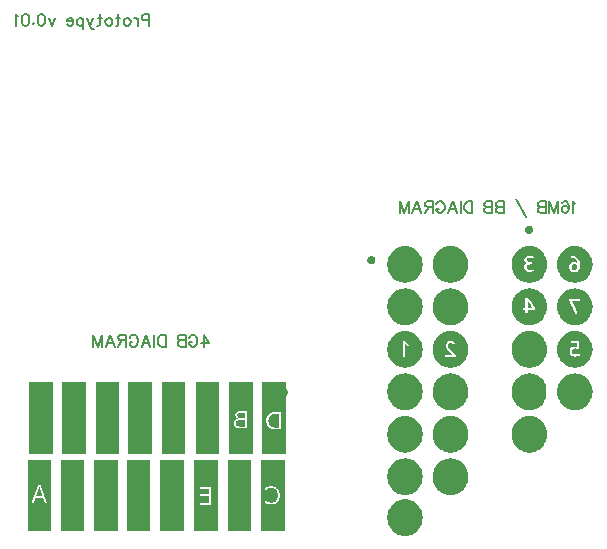
<source format=gbo>
G04 Layer: BottomSilkscreenLayer*
G04 EasyEDA v6.5.42, 2024-04-10 10:33:45*
G04 677a2e3dccde402284f6343da6576b70,88035802e6a84ff2a66c0cebeecd398b,10*
G04 Gerber Generator version 0.2*
G04 Scale: 100 percent, Rotated: No, Reflected: No *
G04 Dimensions in millimeters *
G04 leading zeros omitted , absolute positions ,4 integer and 5 decimal *
%FSLAX45Y45*%
%MOMM*%

%ADD10C,0.1700*%
%ADD11C,0.7500*%
%ADD12C,0.2032*%

%LPD*%
G36*
X2975864Y10005822D02*
G01*
X2975864Y9666833D01*
X3008477Y9666833D01*
X3008477Y9689846D01*
X3010204Y9690862D01*
X3010204Y9698431D01*
X3011881Y9699447D01*
X3011881Y9703663D01*
X3017469Y9715246D01*
X3018790Y9715804D01*
X3018790Y9717887D01*
X3023870Y9723831D01*
X3023920Y9725152D01*
X3033318Y9734550D01*
X3034639Y9734550D01*
X3040684Y9739731D01*
X3042818Y9739731D01*
X3042818Y9741408D01*
X3046222Y9741408D01*
X3046222Y9743135D01*
X3049676Y9743135D01*
X3049676Y9744862D01*
X3054807Y9744862D01*
X3054807Y9746589D01*
X3059887Y9746589D01*
X3060954Y9748316D01*
X3068574Y9748316D01*
X3068574Y9749891D01*
X3090468Y9750856D01*
X3132074Y9751822D01*
X3132074Y9603994D01*
X3089605Y9604908D01*
X3068980Y9605924D01*
X3067354Y9607499D01*
X3060954Y9607499D01*
X3059887Y9609226D01*
X3054807Y9609226D01*
X3054807Y9610953D01*
X3050641Y9610953D01*
X3049574Y9612680D01*
X3046222Y9612680D01*
X3046222Y9614408D01*
X3043580Y9614408D01*
X3039922Y9617811D01*
X3037636Y9617811D01*
X3037636Y9619183D01*
X3032709Y9622078D01*
X3027730Y9626854D01*
X3023565Y9632848D01*
X3020923Y9635439D01*
X3018485Y9639706D01*
X3013608Y9649561D01*
X3013608Y9652152D01*
X3011881Y9652152D01*
X3011881Y9657181D01*
X3010204Y9658248D01*
X3010204Y9665766D01*
X3008477Y9666833D01*
X2975864Y9666833D01*
X2975864Y9399778D01*
X3175000Y9399778D01*
X3175000Y10005822D01*
G37*
G36*
X2696006Y10005822D02*
G01*
X2696006Y9648799D01*
X2733802Y9648799D01*
X2733802Y9665766D01*
X2735478Y9666833D01*
X2735478Y9671812D01*
X2737205Y9672878D01*
X2737205Y9676180D01*
X2738932Y9676180D01*
X2738932Y9678517D01*
X2747975Y9687763D01*
X2751785Y9689947D01*
X2759964Y9693554D01*
X2762961Y9695078D01*
X2766415Y9695078D01*
X2766415Y9698380D01*
X2761386Y9701936D01*
X2760370Y9701936D01*
X2751378Y9711080D01*
X2749245Y9714788D01*
X2749245Y9717379D01*
X2747518Y9717379D01*
X2747518Y9724136D01*
X2745638Y9725304D01*
X2747670Y9738410D01*
X2749245Y9740036D01*
X2749245Y9742728D01*
X2759303Y9752380D01*
X2765958Y9755327D01*
X2768955Y9756902D01*
X2772918Y9756902D01*
X2774543Y9758476D01*
X2794304Y9759492D01*
X2843631Y9760407D01*
X2843631Y9612579D01*
X2789123Y9613442D01*
X2771952Y9614509D01*
X2770327Y9616084D01*
X2764688Y9616084D01*
X2764688Y9617811D01*
X2762097Y9617811D01*
X2755646Y9620961D01*
X2751378Y9623399D01*
X2738932Y9635845D01*
X2738932Y9638436D01*
X2737205Y9638436D01*
X2737205Y9642602D01*
X2735478Y9643668D01*
X2735478Y9647783D01*
X2733802Y9648799D01*
X2696006Y9648799D01*
X2696006Y9399778D01*
X2895142Y9399778D01*
X2895142Y10005822D01*
G37*
G36*
X2411018Y10005822D02*
G01*
X2411018Y9399778D01*
X2610154Y9399778D01*
X2610154Y10005822D01*
G37*
G36*
X2124303Y10005822D02*
G01*
X2124303Y9399778D01*
X2323439Y9399778D01*
X2323439Y10005822D01*
G37*
G36*
X1841042Y10005822D02*
G01*
X1841042Y9399778D01*
X2040178Y9399778D01*
X2040178Y10005822D01*
G37*
G36*
X1564640Y10005822D02*
G01*
X1564640Y9399778D01*
X1763775Y9399778D01*
X1763775Y10005822D01*
G37*
G36*
X1281379Y10005822D02*
G01*
X1281379Y9399778D01*
X1480515Y9399778D01*
X1480515Y10005822D01*
G37*
G36*
X1001521Y10005822D02*
G01*
X1001521Y9399778D01*
X1200658Y9399778D01*
X1200658Y10005822D01*
G37*
G36*
X2778404Y9744862D02*
G01*
X2778404Y9743135D01*
X2775153Y9743135D01*
X2768142Y9739376D01*
X2765958Y9734550D01*
X2764688Y9734550D01*
X2764688Y9713976D01*
X2766415Y9713976D01*
X2766415Y9710521D01*
X2767685Y9710521D01*
X2769412Y9706813D01*
X2772816Y9704933D01*
X2773680Y9704070D01*
X2781808Y9700209D01*
X2826512Y9700209D01*
X2826512Y9744862D01*
G37*
G36*
X3072942Y9736277D02*
G01*
X3071876Y9734550D01*
X3065221Y9734550D01*
X3064154Y9732822D01*
X3060801Y9732822D01*
X3050946Y9727996D01*
X3046730Y9725558D01*
X3034233Y9712960D01*
X3034233Y9710521D01*
X3032506Y9710521D01*
X3032506Y9707067D01*
X3030778Y9707067D01*
X3030778Y9703765D01*
X3029051Y9702698D01*
X3029051Y9697770D01*
X3027375Y9696704D01*
X3027375Y9687458D01*
X3025648Y9686391D01*
X3025648Y9669424D01*
X3027375Y9668357D01*
X3027375Y9659112D01*
X3029051Y9658045D01*
X3029051Y9653828D01*
X3030677Y9650882D01*
X3032912Y9645294D01*
X3034233Y9645294D01*
X3034233Y9642246D01*
X3037636Y9639757D01*
X3037636Y9637674D01*
X3049219Y9628124D01*
X3051403Y9628124D01*
X3051403Y9626396D01*
X3054807Y9626396D01*
X3054807Y9624669D01*
X3058160Y9624669D01*
X3059226Y9622993D01*
X3063290Y9622993D01*
X3064357Y9621266D01*
X3071977Y9621266D01*
X3071977Y9619538D01*
X3114903Y9619538D01*
X3114903Y9736277D01*
G37*
G36*
X2771648Y9684766D02*
G01*
X2770581Y9683038D01*
X2767431Y9683038D01*
X2760014Y9679178D01*
X2754376Y9673691D01*
X2754376Y9671050D01*
X2752648Y9671050D01*
X2752648Y9665970D01*
X2750972Y9664954D01*
X2750972Y9649663D01*
X2752648Y9648596D01*
X2752648Y9643567D01*
X2754376Y9643567D01*
X2754376Y9641128D01*
X2762250Y9633254D01*
X2764688Y9633254D01*
X2764688Y9631578D01*
X2767990Y9631578D01*
X2769057Y9629851D01*
X2774899Y9629851D01*
X2775966Y9628124D01*
X2826512Y9628124D01*
X2826512Y9684766D01*
G37*
G36*
X2963824Y9346539D02*
G01*
X2963824Y8982608D01*
X3001619Y8982608D01*
X3001619Y9003182D01*
X3002635Y9003182D01*
X3007461Y8998051D01*
X3008985Y8998051D01*
X3012440Y8995054D01*
X3016605Y8992616D01*
X3023514Y8989212D01*
X3027781Y8987536D01*
X3030778Y8986012D01*
X3035858Y8986012D01*
X3036874Y8984335D01*
X3065881Y8984335D01*
X3066948Y8986012D01*
X3071164Y8986012D01*
X3082290Y8991447D01*
X3082290Y8992920D01*
X3084525Y8992920D01*
X3090519Y8998458D01*
X3094634Y9004503D01*
X3095599Y9005366D01*
X3099460Y9012783D01*
X3099460Y9015222D01*
X3101187Y9015222D01*
X3101187Y9019387D01*
X3102914Y9020454D01*
X3102914Y9025178D01*
X3104489Y9026804D01*
X3106470Y9052356D01*
X3104591Y9054185D01*
X3104591Y9065768D01*
X3102914Y9066834D01*
X3102914Y9071914D01*
X3101390Y9074861D01*
X3099663Y9079179D01*
X3095752Y9087307D01*
X3094329Y9087307D01*
X3094278Y9089491D01*
X3087014Y9097314D01*
X3078988Y9102801D01*
X3077159Y9102801D01*
X3077159Y9104477D01*
X3073806Y9104477D01*
X3072739Y9106204D01*
X3067812Y9106204D01*
X3066745Y9107932D01*
X3036874Y9107932D01*
X3035858Y9106204D01*
X3030016Y9106204D01*
X3028950Y9104477D01*
X3024886Y9104477D01*
X3023819Y9102801D01*
X3020466Y9102801D01*
X3020466Y9101074D01*
X3017062Y9101074D01*
X3017062Y9099346D01*
X3013608Y9099346D01*
X3013608Y9097619D01*
X3011373Y9097619D01*
X3008020Y9094622D01*
X3003296Y9092184D01*
X3003296Y9090761D01*
X3001619Y9090761D01*
X3001619Y9108897D01*
X3004058Y9111386D01*
X3006750Y9111386D01*
X3006750Y9113062D01*
X3009341Y9113062D01*
X3016148Y9116517D01*
X3019501Y9116517D01*
X3020568Y9118244D01*
X3025648Y9118244D01*
X3025648Y9119920D01*
X3032150Y9119920D01*
X3033776Y9121546D01*
X3049219Y9122156D01*
X3051810Y9123375D01*
X3054400Y9121698D01*
X3068472Y9121648D01*
X3069539Y9119920D01*
X3075432Y9119920D01*
X3075432Y9118244D01*
X3080562Y9118244D01*
X3080562Y9116517D01*
X3083001Y9116517D01*
X3090468Y9112656D01*
X3091027Y9111386D01*
X3093008Y9111335D01*
X3103321Y9102242D01*
X3109315Y9095435D01*
X3111754Y9090761D01*
X3113176Y9090761D01*
X3113176Y9087307D01*
X3114903Y9087307D01*
X3114903Y9083903D01*
X3116630Y9083903D01*
X3116630Y9079687D01*
X3118358Y9078620D01*
X3118358Y9074556D01*
X3120085Y9073489D01*
X3120085Y9067698D01*
X3121761Y9066631D01*
X3121761Y9057386D01*
X3123488Y9056319D01*
X3123488Y9035897D01*
X3121761Y9034881D01*
X3121761Y9023908D01*
X3120085Y9022842D01*
X3120085Y9016949D01*
X3118358Y9016949D01*
X3118358Y9011767D01*
X3116630Y9011767D01*
X3116630Y9009430D01*
X3111042Y8998458D01*
X3108045Y8995156D01*
X3108045Y8993682D01*
X3097733Y8983573D01*
X3092602Y8980525D01*
X3092602Y8979154D01*
X3089148Y8979154D01*
X3089148Y8977884D01*
X3083560Y8975598D01*
X3080613Y8974023D01*
X3077260Y8974023D01*
X3076194Y8972296D01*
X3070606Y8972296D01*
X3068980Y8970721D01*
X3052673Y8969806D01*
X3035503Y8970721D01*
X3033877Y8972296D01*
X3027476Y8972296D01*
X3026410Y8974023D01*
X3022295Y8974023D01*
X3021228Y8975750D01*
X3018078Y8975750D01*
X3007614Y8980881D01*
X3005023Y8980881D01*
X3005023Y8982608D01*
X2963824Y8982608D01*
X2963824Y8740546D01*
X3162960Y8740546D01*
X3162960Y9346539D01*
G37*
G36*
X2683967Y9346539D02*
G01*
X2683967Y8740546D01*
X2883154Y8740546D01*
X2883154Y9346539D01*
G37*
G36*
X2398979Y9346539D02*
G01*
X2398979Y9114790D01*
X2543200Y9114790D01*
X2543200Y8967165D01*
X2447086Y8967165D01*
X2447086Y8982608D01*
X2526030Y8982608D01*
X2526030Y9040977D01*
X2447086Y9040977D01*
X2447086Y9056420D01*
X2526030Y9056420D01*
X2526030Y9099346D01*
X2447086Y9099346D01*
X2447086Y9114790D01*
X2398979Y9114790D01*
X2398979Y8740546D01*
X2598166Y8740546D01*
X2598166Y9346539D01*
G37*
G36*
X2112314Y9346539D02*
G01*
X2112314Y8740546D01*
X2311450Y8740546D01*
X2311450Y9346539D01*
G37*
G36*
X1829003Y9346539D02*
G01*
X1829003Y8740546D01*
X2028189Y8740546D01*
X2028189Y9346539D01*
G37*
G36*
X1552600Y9346539D02*
G01*
X1552600Y8740546D01*
X1751787Y8740546D01*
X1751787Y9346539D01*
G37*
G36*
X1269339Y9346539D02*
G01*
X1269339Y8740546D01*
X1468475Y8740546D01*
X1468475Y9346539D01*
G37*
G36*
X989482Y9346539D02*
G01*
X989482Y8982557D01*
X1020368Y8982557D01*
X1023823Y8989466D01*
X1023823Y8992920D01*
X1025550Y8992920D01*
X1025550Y8996375D01*
X1029004Y9003182D01*
X1029004Y9006535D01*
X1030732Y9007602D01*
X1030732Y9011767D01*
X1032408Y9011767D01*
X1032408Y9015222D01*
X1035862Y9022080D01*
X1035862Y9025432D01*
X1037590Y9026499D01*
X1037590Y9030665D01*
X1039266Y9030665D01*
X1039266Y9034119D01*
X1042720Y9040926D01*
X1042720Y9044279D01*
X1044448Y9045346D01*
X1044448Y9049562D01*
X1046175Y9049562D01*
X1046175Y9053017D01*
X1049578Y9059824D01*
X1049578Y9063177D01*
X1051306Y9064244D01*
X1051306Y9068460D01*
X1053033Y9068460D01*
X1053033Y9071914D01*
X1056436Y9078722D01*
X1056436Y9082176D01*
X1058164Y9082176D01*
X1058164Y9087307D01*
X1059891Y9087307D01*
X1059891Y9090761D01*
X1063345Y9097619D01*
X1063345Y9101074D01*
X1065022Y9101074D01*
X1065022Y9104528D01*
X1068476Y9111335D01*
X1068476Y9114688D01*
X1070203Y9115755D01*
X1070203Y9119920D01*
X1071930Y9119920D01*
X1071930Y9123426D01*
X1075080Y9129826D01*
X1097280Y9130284D01*
X1099362Y9128201D01*
X1099362Y9125204D01*
X1101090Y9124137D01*
X1101090Y9119920D01*
X1102817Y9119920D01*
X1102817Y9115755D01*
X1104544Y9114688D01*
X1104544Y9111335D01*
X1107948Y9104528D01*
X1107948Y9101074D01*
X1109675Y9101074D01*
X1109675Y9096857D01*
X1111402Y9095790D01*
X1111402Y9092438D01*
X1114856Y9085630D01*
X1114856Y9082176D01*
X1116533Y9082176D01*
X1116533Y9077960D01*
X1118260Y9076944D01*
X1118260Y9073591D01*
X1121714Y9066733D01*
X1121714Y9063278D01*
X1123391Y9063278D01*
X1123391Y9059113D01*
X1125118Y9058046D01*
X1125118Y9053931D01*
X1126845Y9052864D01*
X1126845Y9049562D01*
X1128572Y9049562D01*
X1128572Y9044432D01*
X1130300Y9044432D01*
X1130300Y9040926D01*
X1133703Y9034119D01*
X1133703Y9030665D01*
X1135430Y9030665D01*
X1135430Y9025534D01*
X1137158Y9025534D01*
X1137158Y9022080D01*
X1140561Y9015222D01*
X1140561Y9011767D01*
X1142288Y9011767D01*
X1142288Y9007602D01*
X1144016Y9006535D01*
X1144016Y9003182D01*
X1147470Y8996375D01*
X1147470Y8992920D01*
X1149146Y8992920D01*
X1149146Y8988704D01*
X1150670Y8987790D01*
X1151432Y8982608D01*
X1135888Y8982608D01*
X1133703Y8987231D01*
X1133703Y8989466D01*
X1130300Y8996324D01*
X1130300Y8999778D01*
X1128572Y8999778D01*
X1128572Y9004909D01*
X1126845Y9004909D01*
X1126845Y9009126D01*
X1125118Y9010192D01*
X1125118Y9013545D01*
X1121714Y9020352D01*
X1121714Y9023807D01*
X1053642Y9023807D01*
X1051356Y9020810D01*
X1051306Y9017050D01*
X1049578Y9015984D01*
X1049578Y9011767D01*
X1047851Y9011767D01*
X1047851Y9008313D01*
X1044448Y9001506D01*
X1044448Y8998153D01*
X1042720Y8997086D01*
X1042720Y8993022D01*
X1040993Y8991955D01*
X1040993Y8987739D01*
X1039418Y8987739D01*
X1038860Y8983014D01*
X1020368Y8982557D01*
X989482Y8982557D01*
X989482Y8740546D01*
X1188669Y8740546D01*
X1188669Y9346539D01*
G37*
G36*
X1086358Y9114790D02*
G01*
X1083919Y9112351D01*
X1083919Y9107932D01*
X1082192Y9107932D01*
X1082192Y9104477D01*
X1078788Y9097670D01*
X1078788Y9094317D01*
X1077061Y9093250D01*
X1077061Y9089034D01*
X1075334Y9089034D01*
X1075334Y9083903D01*
X1073607Y9083903D01*
X1073607Y9080449D01*
X1070203Y9073591D01*
X1070203Y9070238D01*
X1068476Y9069171D01*
X1068476Y9065107D01*
X1066749Y9064040D01*
X1066749Y9059875D01*
X1065022Y9059875D01*
X1065022Y9056420D01*
X1061618Y9049562D01*
X1061618Y9046210D01*
X1059891Y9045143D01*
X1059891Y9039250D01*
X1114856Y9039250D01*
X1114856Y9042704D01*
X1111402Y9049512D01*
X1111402Y9052966D01*
X1109675Y9052966D01*
X1109675Y9058148D01*
X1107948Y9058148D01*
X1107948Y9062313D01*
X1106220Y9063380D01*
X1106220Y9066733D01*
X1102817Y9073591D01*
X1102817Y9077045D01*
X1101090Y9077045D01*
X1101090Y9082176D01*
X1099362Y9082176D01*
X1099362Y9086392D01*
X1097686Y9087408D01*
X1097686Y9090761D01*
X1094232Y9097619D01*
X1094232Y9101074D01*
X1092504Y9101074D01*
X1092504Y9106204D01*
X1090777Y9106204D01*
X1090777Y9110421D01*
X1089101Y9111488D01*
X1089101Y9114790D01*
G37*
G36*
X5241239Y11329822D02*
G01*
X5224576Y11329009D01*
X5218125Y11325910D01*
X5212384Y11322608D01*
X5207152Y11317833D01*
X5203494Y11311280D01*
X5200243Y11304879D01*
X5200243Y11285626D01*
X5203494Y11279174D01*
X5206796Y11273434D01*
X5211572Y11268202D01*
X5218125Y11264544D01*
X5224576Y11261293D01*
X5243830Y11261293D01*
X5250230Y11264544D01*
X5256834Y11268202D01*
X5261559Y11273434D01*
X5264912Y11279174D01*
X5268112Y11285626D01*
X5268112Y11304879D01*
X5264912Y11311280D01*
X5261508Y11317122D01*
X5255564Y11323472D01*
X5253024Y11323472D01*
X5248960Y11326977D01*
G37*
G36*
X5623763Y11157813D02*
G01*
X5592978Y11154206D01*
X5585256Y11152632D01*
X5574995Y11149888D01*
X5563463Y11145367D01*
X5550611Y11139373D01*
X5539892Y11132210D01*
X5538114Y11132210D01*
X5524957Y11121491D01*
X5508650Y11105896D01*
X5497982Y11091773D01*
X5492191Y11083340D01*
X5479389Y11056823D01*
X5479389Y11052759D01*
X5477103Y11051336D01*
X5475681Y11043005D01*
X5472734Y11031423D01*
X5470042Y11007039D01*
X5470042Y10995507D01*
X5472734Y10971123D01*
X5473406Y10968482D01*
X5574334Y10968482D01*
X5574334Y10989614D01*
X5580634Y11004499D01*
X5590387Y11013846D01*
X5601817Y11019231D01*
X5625642Y11019231D01*
X5635345Y11013846D01*
X5641086Y11008512D01*
X5641086Y11019688D01*
X5638190Y11028883D01*
X5635396Y11035284D01*
X5628132Y11046256D01*
X5614771Y11053114D01*
X5585256Y11053267D01*
X5584494Y11066932D01*
X5587492Y11070590D01*
X5618632Y11070336D01*
X5631129Y11065611D01*
X5641340Y11058550D01*
X5650839Y11047730D01*
X5656326Y11036554D01*
X5661964Y11017504D01*
X5661914Y10973663D01*
X5656681Y10960100D01*
X5647690Y10946536D01*
X5637885Y10940237D01*
X5631484Y10937443D01*
X5622290Y10934547D01*
X5609844Y10934547D01*
X5600649Y10937494D01*
X5592470Y10940999D01*
X5584647Y10947552D01*
X5579211Y10955172D01*
X5574334Y10968482D01*
X5473406Y10968482D01*
X5475681Y10959541D01*
X5477103Y10951210D01*
X5479389Y10949787D01*
X5479389Y10945723D01*
X5492191Y10919256D01*
X5497982Y10910773D01*
X5508650Y10896650D01*
X5524957Y10881055D01*
X5538114Y10870336D01*
X5539892Y10870336D01*
X5550611Y10863173D01*
X5563463Y10857179D01*
X5574995Y10852658D01*
X5585256Y10849914D01*
X5592978Y10848340D01*
X5613501Y10845647D01*
X5627624Y10845647D01*
X5648147Y10848340D01*
X5655868Y10849914D01*
X5666130Y10852658D01*
X5677712Y10857179D01*
X5690514Y10863173D01*
X5701233Y10870336D01*
X5703011Y10870336D01*
X5716219Y10881055D01*
X5732475Y10896650D01*
X5743143Y10910773D01*
X5748934Y10919256D01*
X5761786Y10945723D01*
X5761786Y10949787D01*
X5764072Y10951210D01*
X5765444Y10959541D01*
X5768390Y10971123D01*
X5771083Y10995507D01*
X5771083Y11007039D01*
X5768390Y11031423D01*
X5765444Y11043005D01*
X5764072Y11051336D01*
X5761786Y11052759D01*
X5761786Y11056823D01*
X5748934Y11083340D01*
X5743143Y11091773D01*
X5732475Y11105896D01*
X5716219Y11121491D01*
X5703011Y11132210D01*
X5701233Y11132210D01*
X5690514Y11139373D01*
X5677712Y11145367D01*
X5672531Y11147247D01*
X5666130Y11149888D01*
X5655868Y11152632D01*
X5648147Y11154206D01*
X5626354Y11156645D01*
G37*
G36*
X5238699Y11157813D02*
G01*
X5207863Y11154206D01*
X5200192Y11152632D01*
X5189880Y11149888D01*
X5178348Y11145367D01*
X5165496Y11139373D01*
X5154777Y11132210D01*
X5153050Y11132210D01*
X5139842Y11121491D01*
X5123535Y11105896D01*
X5112918Y11091773D01*
X5107127Y11083340D01*
X5094274Y11056823D01*
X5094274Y11052759D01*
X5091988Y11051336D01*
X5090617Y11043005D01*
X5087670Y11031423D01*
X5084927Y11007039D01*
X5084927Y10995507D01*
X5087670Y10971123D01*
X5088368Y10968380D01*
X5191810Y10968380D01*
X5191810Y10990122D01*
X5198313Y11001197D01*
X5209641Y11008969D01*
X5213197Y11008969D01*
X5214975Y11010747D01*
X5203240Y11018062D01*
X5197602Y11027562D01*
X5194452Y11036554D01*
X5194452Y11046866D01*
X5197602Y11055807D01*
X5203494Y11065357D01*
X5214162Y11073180D01*
X5218633Y11073180D01*
X5220208Y11075720D01*
X5252821Y11075416D01*
X5261000Y11072418D01*
X5262880Y11070590D01*
X5266131Y11070590D01*
X5277764Y11063528D01*
X5277815Y11059414D01*
X5270093Y11048746D01*
X5267604Y11048746D01*
X5250230Y11058042D01*
X5226608Y11058347D01*
X5219547Y11053064D01*
X5215128Y11045545D01*
X5214924Y11037163D01*
X5220411Y11025581D01*
X5231130Y11019282D01*
X5257952Y11017656D01*
X5261152Y11013643D01*
X5261152Y11004346D01*
X5258054Y11001298D01*
X5246370Y11001248D01*
X5225846Y10997844D01*
X5216093Y10993221D01*
X5212384Y10986008D01*
X5212384Y10972393D01*
X5217363Y10964214D01*
X5223256Y10960912D01*
X5232247Y10957661D01*
X5251246Y10957610D01*
X5272074Y10963249D01*
X5275224Y10965637D01*
X5279136Y10964113D01*
X5279136Y10949025D01*
X5274614Y10945266D01*
X5264353Y10942421D01*
X5250129Y10939373D01*
X5228386Y10940694D01*
X5218125Y10943082D01*
X5206542Y10948416D01*
X5196941Y10957763D01*
X5191810Y10968380D01*
X5088368Y10968380D01*
X5090617Y10959541D01*
X5091988Y10951210D01*
X5094274Y10949787D01*
X5094274Y10945723D01*
X5107127Y10919256D01*
X5112918Y10910773D01*
X5123535Y10896650D01*
X5139842Y10881055D01*
X5153050Y10870336D01*
X5154777Y10870336D01*
X5165496Y10863173D01*
X5178348Y10857179D01*
X5189880Y10852658D01*
X5200192Y10849914D01*
X5207863Y10848340D01*
X5228386Y10845647D01*
X5242560Y10845647D01*
X5263083Y10848340D01*
X5270754Y10849914D01*
X5281066Y10852658D01*
X5292598Y10857179D01*
X5305450Y10863173D01*
X5316169Y10870336D01*
X5317896Y10870336D01*
X5331104Y10881055D01*
X5347411Y10896650D01*
X5358028Y10910773D01*
X5363819Y10919256D01*
X5376672Y10945723D01*
X5376672Y10949787D01*
X5378958Y10951210D01*
X5380329Y10959541D01*
X5383276Y10971123D01*
X5386019Y10995507D01*
X5386019Y11007039D01*
X5383276Y11031423D01*
X5380329Y11043005D01*
X5378958Y11051336D01*
X5376672Y11052759D01*
X5376672Y11056823D01*
X5363819Y11083340D01*
X5358028Y11091773D01*
X5347411Y11105896D01*
X5331104Y11121491D01*
X5317896Y11132210D01*
X5316169Y11132210D01*
X5305450Y11139373D01*
X5292598Y11145367D01*
X5281066Y11149888D01*
X5270754Y11152632D01*
X5263083Y11154206D01*
X5241239Y11156645D01*
G37*
G36*
X4571187Y11157813D02*
G01*
X4540402Y11154206D01*
X4532680Y11152632D01*
X4522419Y11149888D01*
X4510836Y11145367D01*
X4498035Y11139373D01*
X4487265Y11132210D01*
X4485538Y11132210D01*
X4472330Y11121491D01*
X4456023Y11105896D01*
X4445406Y11091773D01*
X4439615Y11083340D01*
X4426762Y11056823D01*
X4426762Y11052759D01*
X4424476Y11051336D01*
X4423105Y11043005D01*
X4420158Y11031423D01*
X4417466Y11007039D01*
X4417466Y10995507D01*
X4420158Y10971123D01*
X4423105Y10959541D01*
X4424476Y10951210D01*
X4426762Y10949787D01*
X4426762Y10945723D01*
X4439615Y10919256D01*
X4445406Y10910773D01*
X4456023Y10896650D01*
X4472330Y10881055D01*
X4485538Y10870336D01*
X4487265Y10870336D01*
X4498035Y10863173D01*
X4510836Y10857179D01*
X4522419Y10852658D01*
X4532680Y10849914D01*
X4540402Y10848340D01*
X4560925Y10845647D01*
X4575048Y10845647D01*
X4595571Y10848340D01*
X4603292Y10849914D01*
X4613554Y10852658D01*
X4625086Y10857179D01*
X4637938Y10863173D01*
X4648657Y10870336D01*
X4650435Y10870336D01*
X4663592Y10881055D01*
X4679899Y10896650D01*
X4690567Y10910773D01*
X4696358Y10919256D01*
X4709160Y10945723D01*
X4709160Y10949787D01*
X4711446Y10951210D01*
X4712868Y10959541D01*
X4715814Y10971123D01*
X4718507Y10995507D01*
X4718507Y11007039D01*
X4715814Y11031423D01*
X4712868Y11043005D01*
X4711446Y11051336D01*
X4709160Y11052759D01*
X4709160Y11056823D01*
X4696358Y11083340D01*
X4690567Y11091773D01*
X4679899Y11105896D01*
X4663592Y11121491D01*
X4650435Y11132210D01*
X4648657Y11132210D01*
X4637938Y11139373D01*
X4625086Y11145367D01*
X4613554Y11149888D01*
X4603292Y11152632D01*
X4595571Y11154206D01*
X4573778Y11156645D01*
G37*
G36*
X4186072Y11157813D02*
G01*
X4155287Y11154206D01*
X4147565Y11152632D01*
X4137304Y11149888D01*
X4125772Y11145367D01*
X4112920Y11139373D01*
X4102201Y11132210D01*
X4100423Y11132210D01*
X4087266Y11121491D01*
X4070959Y11105896D01*
X4060342Y11091773D01*
X4054500Y11083340D01*
X4041698Y11056823D01*
X4041698Y11052759D01*
X4039412Y11051336D01*
X4038041Y11043005D01*
X4035094Y11031423D01*
X4032351Y11007039D01*
X4032351Y10995507D01*
X4035094Y10971123D01*
X4038041Y10959541D01*
X4039412Y10951210D01*
X4041698Y10949787D01*
X4041698Y10945723D01*
X4054500Y10919256D01*
X4060342Y10910773D01*
X4070959Y10896650D01*
X4087266Y10881055D01*
X4100423Y10870336D01*
X4102201Y10870336D01*
X4112920Y10863173D01*
X4125772Y10857179D01*
X4137304Y10852658D01*
X4147565Y10849914D01*
X4155287Y10848340D01*
X4175810Y10845647D01*
X4189933Y10845647D01*
X4210456Y10848340D01*
X4218178Y10849914D01*
X4228439Y10852658D01*
X4240022Y10857179D01*
X4252823Y10863173D01*
X4263593Y10870336D01*
X4265320Y10870336D01*
X4278528Y10881055D01*
X4294835Y10896650D01*
X4305452Y10910773D01*
X4311243Y10919256D01*
X4324096Y10945723D01*
X4324096Y10949787D01*
X4326382Y10951210D01*
X4327753Y10959541D01*
X4330700Y10971123D01*
X4333392Y10995507D01*
X4333392Y11007039D01*
X4330700Y11031423D01*
X4327753Y11043005D01*
X4326382Y11051336D01*
X4324096Y11052759D01*
X4324096Y11056823D01*
X4311243Y11083340D01*
X4305452Y11091773D01*
X4294835Y11105896D01*
X4278528Y11121491D01*
X4265320Y11132210D01*
X4263593Y11132210D01*
X4252823Y11139373D01*
X4240022Y11145367D01*
X4228439Y11149888D01*
X4218178Y11152632D01*
X4210456Y11154206D01*
X4188663Y11156645D01*
G37*
G36*
X3906265Y11073079D02*
G01*
X3889552Y11072266D01*
X3883151Y11069218D01*
X3877411Y11065865D01*
X3872179Y11061141D01*
X3868521Y11054537D01*
X3865270Y11048136D01*
X3865270Y11028883D01*
X3868521Y11022431D01*
X3871823Y11016691D01*
X3876598Y11011458D01*
X3883151Y11007801D01*
X3889552Y11004550D01*
X3908806Y11004550D01*
X3915257Y11007801D01*
X3921810Y11011458D01*
X3926586Y11016691D01*
X3929887Y11022431D01*
X3933139Y11028883D01*
X3933139Y11048136D01*
X3929887Y11054537D01*
X3926535Y11060430D01*
X3920591Y11066729D01*
X3918000Y11066729D01*
X3913936Y11070234D01*
G37*
G36*
X5619902Y11002365D02*
G01*
X5605830Y11000994D01*
X5598922Y10996066D01*
X5594908Y10988040D01*
X5594908Y10967872D01*
X5598109Y10962132D01*
X5603240Y10956137D01*
X5611876Y10952480D01*
X5623915Y10952480D01*
X5635345Y10959744D01*
X5641543Y10971834D01*
X5641746Y10988243D01*
X5636463Y10995355D01*
X5629706Y11000384D01*
G37*
G36*
X5623763Y10798403D02*
G01*
X5592978Y10794796D01*
X5585256Y10793222D01*
X5574995Y10790478D01*
X5563463Y10785957D01*
X5550611Y10779963D01*
X5539892Y10772800D01*
X5538114Y10772800D01*
X5524957Y10762081D01*
X5508650Y10746486D01*
X5497982Y10732363D01*
X5492191Y10723880D01*
X5479389Y10697413D01*
X5479389Y10696092D01*
X5574233Y10696092D01*
X5574995Y10707979D01*
X5662472Y10708640D01*
X5664200Y10706912D01*
X5664200Y10695990D01*
X5662676Y10691926D01*
X5597448Y10691926D01*
X5597448Y10690758D01*
X5612638Y10657890D01*
X5628894Y10621975D01*
X5642660Y10592409D01*
X5647537Y10580065D01*
X5646064Y10577677D01*
X5626862Y10577677D01*
X5621578Y10589869D01*
X5612841Y10608716D01*
X5612841Y10609834D01*
X5602579Y10631830D01*
X5602579Y10632948D01*
X5592318Y10654944D01*
X5592318Y10656011D01*
X5582056Y10678058D01*
X5582056Y10679023D01*
X5574233Y10696092D01*
X5479389Y10696092D01*
X5479389Y10693349D01*
X5477103Y10691926D01*
X5475681Y10683595D01*
X5472734Y10672013D01*
X5470042Y10647629D01*
X5470042Y10636097D01*
X5472734Y10611662D01*
X5475681Y10600131D01*
X5477103Y10591749D01*
X5479389Y10590377D01*
X5479389Y10586313D01*
X5492191Y10559796D01*
X5497982Y10551363D01*
X5508650Y10537240D01*
X5524957Y10521645D01*
X5538114Y10510926D01*
X5539892Y10510926D01*
X5550611Y10503763D01*
X5563463Y10497769D01*
X5574995Y10493248D01*
X5585256Y10490504D01*
X5592978Y10488930D01*
X5613501Y10486237D01*
X5627624Y10486237D01*
X5648147Y10488930D01*
X5655868Y10490504D01*
X5666130Y10493248D01*
X5677712Y10497769D01*
X5690514Y10503763D01*
X5701233Y10510926D01*
X5703011Y10510926D01*
X5716219Y10521645D01*
X5732475Y10537240D01*
X5743143Y10551363D01*
X5748934Y10559796D01*
X5761786Y10586313D01*
X5761786Y10590377D01*
X5764072Y10591749D01*
X5765444Y10600131D01*
X5768390Y10611662D01*
X5771083Y10636097D01*
X5771083Y10647629D01*
X5768390Y10672013D01*
X5765444Y10683595D01*
X5764072Y10691926D01*
X5761786Y10693349D01*
X5761786Y10697413D01*
X5748934Y10723880D01*
X5743143Y10732363D01*
X5732475Y10746486D01*
X5716219Y10762081D01*
X5703011Y10772800D01*
X5701233Y10772800D01*
X5690514Y10779963D01*
X5677712Y10785957D01*
X5672531Y10787837D01*
X5666130Y10790478D01*
X5655868Y10793222D01*
X5648147Y10794796D01*
X5626354Y10797235D01*
G37*
G36*
X5238699Y10798403D02*
G01*
X5207863Y10794796D01*
X5200192Y10793222D01*
X5189880Y10790478D01*
X5178348Y10785957D01*
X5165496Y10779963D01*
X5154777Y10772800D01*
X5153050Y10772800D01*
X5139842Y10762081D01*
X5123535Y10746486D01*
X5112918Y10732363D01*
X5107127Y10723880D01*
X5094274Y10697413D01*
X5094274Y10693349D01*
X5091988Y10691926D01*
X5090617Y10683595D01*
X5087670Y10672013D01*
X5084927Y10647629D01*
X5084927Y10636097D01*
X5086344Y10623499D01*
X5183936Y10623499D01*
X5184749Y10633506D01*
X5202072Y10634268D01*
X5202072Y10715802D01*
X5205171Y10718850D01*
X5222189Y10718850D01*
X5227472Y10713110D01*
X5238089Y10697667D01*
X5284216Y10632236D01*
X5284266Y10621518D01*
X5282692Y10617454D01*
X5222697Y10617454D01*
X5221986Y10588599D01*
X5205730Y10587786D01*
X5202072Y10590834D01*
X5202072Y10617454D01*
X5185460Y10617454D01*
X5183936Y10623499D01*
X5086344Y10623499D01*
X5087670Y10611662D01*
X5090617Y10600131D01*
X5091988Y10591749D01*
X5094274Y10590377D01*
X5094274Y10586313D01*
X5107127Y10559796D01*
X5112918Y10551363D01*
X5123535Y10537240D01*
X5139842Y10521645D01*
X5153050Y10510926D01*
X5154777Y10510926D01*
X5165496Y10503763D01*
X5178348Y10497769D01*
X5189880Y10493248D01*
X5200192Y10490504D01*
X5207863Y10488930D01*
X5228386Y10486237D01*
X5242560Y10486237D01*
X5263083Y10488930D01*
X5270754Y10490504D01*
X5281066Y10493248D01*
X5292598Y10497769D01*
X5305450Y10503763D01*
X5316169Y10510926D01*
X5317896Y10510926D01*
X5331104Y10521645D01*
X5347411Y10537240D01*
X5358028Y10551363D01*
X5363819Y10559796D01*
X5376672Y10586313D01*
X5376672Y10590377D01*
X5378958Y10591749D01*
X5380329Y10600131D01*
X5383276Y10611662D01*
X5386019Y10636097D01*
X5386019Y10647629D01*
X5383276Y10672013D01*
X5380329Y10683595D01*
X5378958Y10691926D01*
X5376672Y10693349D01*
X5376672Y10697413D01*
X5363819Y10723880D01*
X5358028Y10732363D01*
X5347411Y10746486D01*
X5331104Y10762081D01*
X5317896Y10772800D01*
X5316169Y10772800D01*
X5305450Y10779963D01*
X5292598Y10785957D01*
X5281066Y10790478D01*
X5270754Y10793222D01*
X5263083Y10794796D01*
X5241239Y10797235D01*
G37*
G36*
X4571187Y10798403D02*
G01*
X4540402Y10794796D01*
X4532680Y10793222D01*
X4522419Y10790478D01*
X4510836Y10785957D01*
X4498035Y10779963D01*
X4487265Y10772800D01*
X4485538Y10772800D01*
X4472330Y10762081D01*
X4456023Y10746486D01*
X4445406Y10732363D01*
X4439615Y10723880D01*
X4426762Y10697413D01*
X4426762Y10693349D01*
X4424476Y10691926D01*
X4423105Y10683595D01*
X4420158Y10672013D01*
X4417466Y10647629D01*
X4417466Y10636097D01*
X4420158Y10611662D01*
X4423105Y10600131D01*
X4424476Y10591749D01*
X4426762Y10590377D01*
X4426762Y10586313D01*
X4439615Y10559796D01*
X4445406Y10551363D01*
X4456023Y10537240D01*
X4472330Y10521645D01*
X4485538Y10510926D01*
X4487265Y10510926D01*
X4498035Y10503763D01*
X4510836Y10497769D01*
X4522419Y10493248D01*
X4532680Y10490504D01*
X4540402Y10488930D01*
X4560925Y10486237D01*
X4575048Y10486237D01*
X4595571Y10488930D01*
X4603292Y10490504D01*
X4613554Y10493248D01*
X4625086Y10497769D01*
X4637938Y10503763D01*
X4648657Y10510926D01*
X4650435Y10510926D01*
X4663592Y10521645D01*
X4679899Y10537240D01*
X4690567Y10551363D01*
X4696358Y10559796D01*
X4709160Y10586313D01*
X4709160Y10590377D01*
X4711446Y10591749D01*
X4712868Y10600131D01*
X4715814Y10611662D01*
X4718507Y10636097D01*
X4718507Y10647629D01*
X4715814Y10672013D01*
X4712868Y10683595D01*
X4711446Y10691926D01*
X4709160Y10693349D01*
X4709160Y10697413D01*
X4696358Y10723880D01*
X4690567Y10732363D01*
X4679899Y10746486D01*
X4663592Y10762081D01*
X4650435Y10772800D01*
X4648657Y10772800D01*
X4637938Y10779963D01*
X4625086Y10785957D01*
X4613554Y10790478D01*
X4603292Y10793222D01*
X4595571Y10794796D01*
X4573778Y10797235D01*
G37*
G36*
X4186072Y10798403D02*
G01*
X4155287Y10794796D01*
X4147565Y10793222D01*
X4137304Y10790478D01*
X4125772Y10785957D01*
X4112920Y10779963D01*
X4102201Y10772800D01*
X4100423Y10772800D01*
X4087266Y10762081D01*
X4070959Y10746486D01*
X4060342Y10732363D01*
X4054500Y10723880D01*
X4041698Y10697413D01*
X4041698Y10693349D01*
X4039412Y10691926D01*
X4038041Y10683595D01*
X4035094Y10672013D01*
X4032351Y10647629D01*
X4032351Y10636097D01*
X4035094Y10611662D01*
X4038041Y10600131D01*
X4039412Y10591749D01*
X4041698Y10590377D01*
X4041698Y10586313D01*
X4054500Y10559796D01*
X4060342Y10551363D01*
X4070959Y10537240D01*
X4087266Y10521645D01*
X4100423Y10510926D01*
X4102201Y10510926D01*
X4112920Y10503763D01*
X4125772Y10497769D01*
X4137304Y10493248D01*
X4147565Y10490504D01*
X4155287Y10488930D01*
X4175810Y10486237D01*
X4189933Y10486237D01*
X4210456Y10488930D01*
X4218178Y10490504D01*
X4228439Y10493248D01*
X4240022Y10497769D01*
X4252823Y10503763D01*
X4263593Y10510926D01*
X4265320Y10510926D01*
X4278528Y10521645D01*
X4294835Y10537240D01*
X4305452Y10551363D01*
X4311243Y10559796D01*
X4324096Y10586313D01*
X4324096Y10590377D01*
X4326382Y10591749D01*
X4327753Y10600131D01*
X4330700Y10611662D01*
X4333392Y10636097D01*
X4333392Y10647629D01*
X4330700Y10672013D01*
X4327753Y10683595D01*
X4326382Y10691926D01*
X4324096Y10693349D01*
X4324096Y10697413D01*
X4311243Y10723880D01*
X4305452Y10732363D01*
X4294835Y10746486D01*
X4278528Y10762081D01*
X4265320Y10772800D01*
X4263593Y10772800D01*
X4252823Y10779963D01*
X4240022Y10785957D01*
X4228439Y10790478D01*
X4218178Y10793222D01*
X4210456Y10794796D01*
X4188663Y10797235D01*
G37*
G36*
X5223256Y10689793D02*
G01*
X5222595Y10635081D01*
X5223560Y10634065D01*
X5262372Y10634776D01*
X5245608Y10657890D01*
G37*
G36*
X5623763Y10438942D02*
G01*
X5592978Y10435386D01*
X5585256Y10433761D01*
X5574995Y10431018D01*
X5563463Y10426547D01*
X5550611Y10420502D01*
X5539892Y10413339D01*
X5538114Y10413339D01*
X5524957Y10402620D01*
X5508650Y10387025D01*
X5497982Y10372953D01*
X5492191Y10364470D01*
X5479389Y10338003D01*
X5479389Y10333939D01*
X5477103Y10332516D01*
X5475681Y10324134D01*
X5472734Y10312603D01*
X5470042Y10288219D01*
X5470042Y10278364D01*
X5576773Y10278364D01*
X5582310Y10290048D01*
X5592419Y10299192D01*
X5601970Y10303306D01*
X5606389Y10305542D01*
X5638850Y10305542D01*
X5637225Y10320324D01*
X5635650Y10337647D01*
X5585968Y10337647D01*
X5584444Y10343642D01*
X5585256Y10353700D01*
X5652719Y10354360D01*
X5653786Y10351109D01*
X5655259Y10334447D01*
X5657443Y10300716D01*
X5659323Y10297668D01*
X5657799Y10291622D01*
X5649264Y10286339D01*
X5626354Y10288930D01*
X5612231Y10287254D01*
X5602833Y10282478D01*
X5597448Y10274960D01*
X5597448Y10252862D01*
X5608370Y10241991D01*
X5620359Y10238587D01*
X5637885Y10239756D01*
X5648147Y10242245D01*
X5658307Y10246563D01*
X5661660Y10245293D01*
X5661660Y10230205D01*
X5656935Y10225938D01*
X5653176Y10225938D01*
X5650738Y10223652D01*
X5639155Y10222026D01*
X5620105Y10220502D01*
X5605830Y10223804D01*
X5594248Y10229088D01*
X5582005Y10241280D01*
X5576824Y10253370D01*
X5576773Y10278364D01*
X5470042Y10278364D01*
X5470042Y10276636D01*
X5472734Y10252252D01*
X5475681Y10240721D01*
X5477103Y10232339D01*
X5479389Y10230916D01*
X5479389Y10226852D01*
X5492191Y10200386D01*
X5497982Y10191953D01*
X5508650Y10177830D01*
X5524957Y10162235D01*
X5538114Y10151516D01*
X5539892Y10151516D01*
X5550611Y10144353D01*
X5563463Y10138359D01*
X5574995Y10133838D01*
X5585256Y10131094D01*
X5592978Y10129520D01*
X5613501Y10126827D01*
X5627624Y10126827D01*
X5648147Y10129520D01*
X5655868Y10131094D01*
X5666130Y10133838D01*
X5677712Y10138359D01*
X5690514Y10144353D01*
X5701233Y10151516D01*
X5703011Y10151516D01*
X5716219Y10162235D01*
X5732475Y10177830D01*
X5743143Y10191953D01*
X5748934Y10200386D01*
X5761786Y10226852D01*
X5761786Y10230916D01*
X5764072Y10232339D01*
X5765444Y10240721D01*
X5768390Y10252252D01*
X5771083Y10276636D01*
X5771083Y10288219D01*
X5768390Y10312603D01*
X5765444Y10324134D01*
X5764072Y10332516D01*
X5761786Y10333939D01*
X5761786Y10338003D01*
X5748934Y10364470D01*
X5743143Y10372953D01*
X5732475Y10387025D01*
X5716219Y10402620D01*
X5703011Y10413339D01*
X5701233Y10413339D01*
X5690514Y10420502D01*
X5677712Y10426547D01*
X5666130Y10431018D01*
X5655868Y10433761D01*
X5648147Y10435386D01*
X5626354Y10437825D01*
G37*
G36*
X5238699Y10438942D02*
G01*
X5207863Y10435386D01*
X5200192Y10433761D01*
X5189880Y10431018D01*
X5178348Y10426547D01*
X5165496Y10420502D01*
X5154777Y10413339D01*
X5153050Y10413339D01*
X5139842Y10402620D01*
X5123535Y10387025D01*
X5112918Y10372953D01*
X5107127Y10364470D01*
X5094274Y10338003D01*
X5094274Y10333939D01*
X5091988Y10332516D01*
X5090617Y10324134D01*
X5087670Y10312603D01*
X5084927Y10288219D01*
X5084927Y10276636D01*
X5087670Y10252252D01*
X5090617Y10240721D01*
X5091988Y10232339D01*
X5094274Y10230916D01*
X5094274Y10226852D01*
X5107127Y10200386D01*
X5112918Y10191953D01*
X5123535Y10177830D01*
X5139842Y10162235D01*
X5153050Y10151516D01*
X5154777Y10151516D01*
X5165496Y10144353D01*
X5178348Y10138359D01*
X5189880Y10133838D01*
X5200192Y10131094D01*
X5207863Y10129520D01*
X5228386Y10126827D01*
X5242560Y10126827D01*
X5263083Y10129520D01*
X5270754Y10131094D01*
X5281066Y10133838D01*
X5292598Y10138359D01*
X5305450Y10144353D01*
X5316169Y10151516D01*
X5317896Y10151516D01*
X5331104Y10162235D01*
X5347411Y10177830D01*
X5358028Y10191953D01*
X5363819Y10200386D01*
X5376672Y10226852D01*
X5376672Y10230916D01*
X5378958Y10232339D01*
X5380329Y10240721D01*
X5383276Y10252252D01*
X5386019Y10276636D01*
X5386019Y10288219D01*
X5383276Y10312603D01*
X5380329Y10324134D01*
X5378958Y10332516D01*
X5376672Y10333939D01*
X5376672Y10338003D01*
X5363819Y10364470D01*
X5358028Y10372953D01*
X5347411Y10387025D01*
X5331104Y10402620D01*
X5317896Y10413339D01*
X5316169Y10413339D01*
X5305450Y10420502D01*
X5292598Y10426547D01*
X5281066Y10431018D01*
X5270754Y10433761D01*
X5263083Y10435386D01*
X5241239Y10437825D01*
G37*
G36*
X4571187Y10438942D02*
G01*
X4540402Y10435386D01*
X4532680Y10433761D01*
X4522419Y10431018D01*
X4510836Y10426547D01*
X4498035Y10420502D01*
X4487265Y10413339D01*
X4485538Y10413339D01*
X4472330Y10402620D01*
X4456023Y10387025D01*
X4445406Y10372953D01*
X4439615Y10364470D01*
X4426762Y10338003D01*
X4426762Y10333939D01*
X4424476Y10332516D01*
X4423105Y10324134D01*
X4420158Y10312603D01*
X4417466Y10288219D01*
X4417466Y10276636D01*
X4420158Y10252252D01*
X4423105Y10240721D01*
X4424476Y10232339D01*
X4426204Y10231272D01*
X4521606Y10231272D01*
X4524654Y10234930D01*
X4583582Y10234930D01*
X4543704Y10276636D01*
X4536084Y10287254D01*
X4530344Y10298480D01*
X4526584Y10316108D01*
X4529937Y10330586D01*
X4535576Y10339578D01*
X4541672Y10345166D01*
X4554880Y10351770D01*
X4582718Y10351566D01*
X4595571Y10346080D01*
X4609033Y10337393D01*
X4609033Y10333075D01*
X4601159Y10323525D01*
X4596536Y10323525D01*
X4593386Y10327284D01*
X4579162Y10334244D01*
X4559198Y10334244D01*
X4550003Y10327233D01*
X4550003Y10322052D01*
X4547108Y10316667D01*
X4550460Y10302341D01*
X4555490Y10292080D01*
X4569612Y10275366D01*
X4611725Y10232186D01*
X4610963Y10218877D01*
X4522419Y10218877D01*
X4521606Y10231272D01*
X4426204Y10231272D01*
X4426762Y10230916D01*
X4426762Y10226852D01*
X4439615Y10200386D01*
X4445406Y10191953D01*
X4456023Y10177830D01*
X4472330Y10162235D01*
X4485538Y10151516D01*
X4487265Y10151516D01*
X4498035Y10144353D01*
X4510836Y10138359D01*
X4522419Y10133838D01*
X4532680Y10131094D01*
X4540402Y10129520D01*
X4560925Y10126827D01*
X4575048Y10126827D01*
X4595571Y10129520D01*
X4603292Y10131094D01*
X4613554Y10133838D01*
X4625086Y10138359D01*
X4637938Y10144353D01*
X4648657Y10151516D01*
X4650435Y10151516D01*
X4663592Y10162235D01*
X4679899Y10177830D01*
X4690567Y10191953D01*
X4696358Y10200386D01*
X4709160Y10226852D01*
X4709160Y10230916D01*
X4711446Y10232339D01*
X4712868Y10240721D01*
X4715814Y10252252D01*
X4718507Y10276636D01*
X4718507Y10288219D01*
X4715814Y10312603D01*
X4712868Y10324134D01*
X4711446Y10332516D01*
X4709160Y10333939D01*
X4709160Y10338003D01*
X4696358Y10364470D01*
X4690567Y10372953D01*
X4679899Y10387025D01*
X4663592Y10402620D01*
X4650435Y10413339D01*
X4648657Y10413339D01*
X4637938Y10420502D01*
X4625086Y10426547D01*
X4613554Y10431018D01*
X4603292Y10433761D01*
X4595571Y10435386D01*
X4573778Y10437825D01*
G37*
G36*
X4186072Y10438942D02*
G01*
X4155287Y10435386D01*
X4147565Y10433761D01*
X4137304Y10431018D01*
X4125772Y10426547D01*
X4112920Y10420502D01*
X4102201Y10413339D01*
X4100423Y10413339D01*
X4087266Y10402620D01*
X4070959Y10387025D01*
X4060342Y10372953D01*
X4054500Y10364470D01*
X4041698Y10338003D01*
X4041698Y10333939D01*
X4039412Y10332516D01*
X4038041Y10324134D01*
X4035094Y10312603D01*
X4032351Y10288219D01*
X4032351Y10276636D01*
X4035094Y10252252D01*
X4038041Y10240721D01*
X4039412Y10232339D01*
X4041698Y10230916D01*
X4041698Y10226852D01*
X4045563Y10218877D01*
X4168140Y10218877D01*
X4168140Y10348518D01*
X4184802Y10349077D01*
X4218178Y10321950D01*
X4219041Y10319715D01*
X4209542Y10308082D01*
X4207713Y10308082D01*
X4188663Y10323423D01*
X4186783Y10323525D01*
X4186072Y10218877D01*
X4045563Y10218877D01*
X4054500Y10200386D01*
X4060342Y10191953D01*
X4070959Y10177830D01*
X4087266Y10162235D01*
X4100423Y10151516D01*
X4102201Y10151516D01*
X4112920Y10144353D01*
X4125772Y10138359D01*
X4137304Y10133838D01*
X4147565Y10131094D01*
X4155287Y10129520D01*
X4175810Y10126827D01*
X4189933Y10126827D01*
X4210456Y10129520D01*
X4218178Y10131094D01*
X4228439Y10133838D01*
X4240022Y10138359D01*
X4252823Y10144353D01*
X4263593Y10151516D01*
X4265320Y10151516D01*
X4278528Y10162235D01*
X4294835Y10177830D01*
X4305452Y10191953D01*
X4311243Y10200386D01*
X4324096Y10226852D01*
X4324096Y10230916D01*
X4326382Y10232339D01*
X4327753Y10240721D01*
X4330700Y10252252D01*
X4333392Y10276636D01*
X4333392Y10288219D01*
X4330700Y10312603D01*
X4327753Y10324134D01*
X4326382Y10332516D01*
X4324096Y10333939D01*
X4324096Y10338003D01*
X4311243Y10364470D01*
X4305452Y10372953D01*
X4294835Y10387025D01*
X4278528Y10402620D01*
X4265320Y10413339D01*
X4263593Y10413339D01*
X4252823Y10420502D01*
X4240022Y10426547D01*
X4228439Y10431018D01*
X4218178Y10433761D01*
X4210456Y10435386D01*
X4188663Y10437825D01*
G37*
G36*
X5623763Y10079532D02*
G01*
X5592978Y10075926D01*
X5585256Y10074351D01*
X5574995Y10071608D01*
X5563463Y10067086D01*
X5550611Y10061092D01*
X5539892Y10053929D01*
X5538114Y10053929D01*
X5524957Y10043210D01*
X5508650Y10027615D01*
X5497982Y10013492D01*
X5492191Y10005060D01*
X5479389Y9978593D01*
X5479389Y9974529D01*
X5477103Y9973106D01*
X5475681Y9964724D01*
X5472734Y9953193D01*
X5470042Y9928809D01*
X5470042Y9917226D01*
X5472734Y9892842D01*
X5475681Y9881311D01*
X5477103Y9872929D01*
X5479389Y9871506D01*
X5479389Y9867442D01*
X5492191Y9840976D01*
X5497982Y9832492D01*
X5508650Y9818370D01*
X5524957Y9802774D01*
X5538114Y9792055D01*
X5539892Y9792055D01*
X5550611Y9784943D01*
X5563463Y9778898D01*
X5574995Y9774377D01*
X5585256Y9771684D01*
X5592978Y9770059D01*
X5613501Y9767417D01*
X5627624Y9767417D01*
X5648147Y9770059D01*
X5655868Y9771684D01*
X5666130Y9774377D01*
X5677712Y9778898D01*
X5690514Y9784943D01*
X5701233Y9792055D01*
X5703011Y9792055D01*
X5716219Y9802774D01*
X5732475Y9818370D01*
X5743143Y9832492D01*
X5748934Y9840976D01*
X5761786Y9867442D01*
X5761786Y9871506D01*
X5764072Y9872929D01*
X5765444Y9881311D01*
X5768390Y9892842D01*
X5771083Y9917226D01*
X5771083Y9928809D01*
X5768390Y9953193D01*
X5765444Y9964724D01*
X5764072Y9973106D01*
X5761786Y9974529D01*
X5761786Y9978593D01*
X5748934Y10005060D01*
X5743143Y10013492D01*
X5732475Y10027615D01*
X5716219Y10043210D01*
X5703011Y10053929D01*
X5701233Y10053929D01*
X5690514Y10061092D01*
X5677712Y10067086D01*
X5666130Y10071608D01*
X5655868Y10074351D01*
X5648147Y10075926D01*
X5626354Y10078364D01*
G37*
G36*
X5238699Y10079532D02*
G01*
X5207863Y10075926D01*
X5200192Y10074351D01*
X5189880Y10071608D01*
X5178348Y10067086D01*
X5165496Y10061092D01*
X5154777Y10053929D01*
X5153050Y10053929D01*
X5139842Y10043210D01*
X5123535Y10027615D01*
X5112918Y10013492D01*
X5107127Y10005060D01*
X5094274Y9978593D01*
X5094274Y9974529D01*
X5091988Y9973106D01*
X5090617Y9964724D01*
X5087670Y9953193D01*
X5084927Y9928809D01*
X5084927Y9917226D01*
X5087670Y9892842D01*
X5090617Y9881311D01*
X5091988Y9872929D01*
X5094274Y9871506D01*
X5094274Y9867442D01*
X5107127Y9840976D01*
X5112918Y9832492D01*
X5123535Y9818370D01*
X5139842Y9802774D01*
X5153050Y9792055D01*
X5154777Y9792055D01*
X5165496Y9784943D01*
X5178348Y9778898D01*
X5189880Y9774377D01*
X5200192Y9771684D01*
X5207863Y9770059D01*
X5228386Y9767417D01*
X5242560Y9767417D01*
X5263083Y9770059D01*
X5270754Y9771684D01*
X5281066Y9774377D01*
X5292598Y9778898D01*
X5305450Y9784943D01*
X5316169Y9792055D01*
X5317896Y9792055D01*
X5331104Y9802774D01*
X5347411Y9818370D01*
X5358028Y9832492D01*
X5363819Y9840976D01*
X5376672Y9867442D01*
X5376672Y9871506D01*
X5379262Y9873081D01*
X5379262Y9972903D01*
X5376672Y9974529D01*
X5376672Y9978593D01*
X5363819Y10005060D01*
X5358028Y10013492D01*
X5347411Y10027615D01*
X5331104Y10043210D01*
X5317896Y10053929D01*
X5316169Y10053929D01*
X5305450Y10061092D01*
X5292598Y10067086D01*
X5281066Y10071608D01*
X5270754Y10074351D01*
X5263083Y10075926D01*
X5241239Y10078364D01*
G37*
G36*
X4571187Y10079532D02*
G01*
X4540402Y10075926D01*
X4532680Y10074351D01*
X4522419Y10071608D01*
X4510836Y10067086D01*
X4498035Y10061092D01*
X4487265Y10053929D01*
X4485538Y10053929D01*
X4472330Y10043210D01*
X4456023Y10027615D01*
X4445406Y10013492D01*
X4439615Y10005060D01*
X4426762Y9978593D01*
X4426762Y9974529D01*
X4424476Y9973106D01*
X4423105Y9964724D01*
X4420158Y9953193D01*
X4417466Y9928809D01*
X4417466Y9917226D01*
X4420158Y9892842D01*
X4423105Y9881311D01*
X4424476Y9872929D01*
X4426762Y9871506D01*
X4426762Y9867442D01*
X4439615Y9840976D01*
X4445406Y9832492D01*
X4456023Y9818370D01*
X4472330Y9802774D01*
X4485538Y9792055D01*
X4487265Y9792055D01*
X4498035Y9784943D01*
X4510836Y9778898D01*
X4522419Y9774377D01*
X4532680Y9771684D01*
X4540402Y9770059D01*
X4560925Y9767417D01*
X4575048Y9767417D01*
X4595571Y9770059D01*
X4603292Y9771684D01*
X4613554Y9774377D01*
X4625086Y9778898D01*
X4637938Y9784943D01*
X4648657Y9792055D01*
X4650435Y9792055D01*
X4663592Y9802774D01*
X4679899Y9818370D01*
X4690567Y9832492D01*
X4696358Y9840976D01*
X4709160Y9867442D01*
X4709160Y9871506D01*
X4711446Y9872929D01*
X4712868Y9881311D01*
X4715814Y9892842D01*
X4718507Y9917226D01*
X4718507Y9928809D01*
X4715814Y9953193D01*
X4712868Y9964724D01*
X4711446Y9973106D01*
X4709160Y9974529D01*
X4709160Y9978593D01*
X4696358Y10005060D01*
X4690567Y10013492D01*
X4679899Y10027615D01*
X4663592Y10043210D01*
X4650435Y10053929D01*
X4648657Y10053929D01*
X4637938Y10061092D01*
X4625086Y10067086D01*
X4613554Y10071608D01*
X4603292Y10074351D01*
X4595571Y10075926D01*
X4573778Y10078364D01*
G37*
G36*
X4186072Y10079532D02*
G01*
X4155287Y10075926D01*
X4147565Y10074351D01*
X4137304Y10071608D01*
X4125772Y10067086D01*
X4112920Y10061092D01*
X4102201Y10053929D01*
X4100423Y10053929D01*
X4087266Y10043210D01*
X4070959Y10027615D01*
X4060342Y10013492D01*
X4054500Y10005060D01*
X4041698Y9978593D01*
X4041698Y9974529D01*
X4039412Y9973106D01*
X4038041Y9964724D01*
X4035094Y9953193D01*
X4032351Y9928809D01*
X4032351Y9917226D01*
X4035094Y9892842D01*
X4038041Y9881311D01*
X4039412Y9872929D01*
X4041698Y9871506D01*
X4041698Y9867442D01*
X4054500Y9840976D01*
X4060342Y9832492D01*
X4070959Y9818370D01*
X4087266Y9802774D01*
X4100423Y9792055D01*
X4102201Y9792055D01*
X4112920Y9784943D01*
X4125772Y9778898D01*
X4137304Y9774377D01*
X4147565Y9771684D01*
X4155287Y9770059D01*
X4175810Y9767417D01*
X4189933Y9767417D01*
X4210456Y9770059D01*
X4218178Y9771684D01*
X4228439Y9774377D01*
X4240022Y9778898D01*
X4252823Y9784943D01*
X4263593Y9792055D01*
X4265320Y9792055D01*
X4278528Y9802774D01*
X4294835Y9818370D01*
X4305452Y9832492D01*
X4311243Y9840976D01*
X4324096Y9867442D01*
X4324096Y9871506D01*
X4326382Y9872929D01*
X4327753Y9881311D01*
X4330700Y9892842D01*
X4333392Y9917226D01*
X4333392Y9928809D01*
X4330700Y9953193D01*
X4327753Y9964724D01*
X4326382Y9973106D01*
X4324096Y9974529D01*
X4324096Y9978593D01*
X4311243Y10005060D01*
X4305452Y10013492D01*
X4294835Y10027615D01*
X4278528Y10043210D01*
X4265320Y10053929D01*
X4263593Y10053929D01*
X4252823Y10061092D01*
X4240022Y10067086D01*
X4228439Y10071608D01*
X4218178Y10074351D01*
X4210456Y10075926D01*
X4188663Y10078364D01*
G37*
G36*
X5238699Y9720122D02*
G01*
X5207863Y9716516D01*
X5200192Y9714941D01*
X5189880Y9712198D01*
X5178348Y9707676D01*
X5165496Y9701682D01*
X5154777Y9694519D01*
X5153050Y9694519D01*
X5139842Y9683800D01*
X5123535Y9668205D01*
X5112918Y9654082D01*
X5107127Y9645650D01*
X5094274Y9619132D01*
X5094274Y9615068D01*
X5091988Y9613696D01*
X5090617Y9605314D01*
X5087670Y9593732D01*
X5084927Y9569348D01*
X5084927Y9557816D01*
X5087670Y9533432D01*
X5090617Y9521850D01*
X5091988Y9513519D01*
X5094274Y9512096D01*
X5094274Y9508032D01*
X5107127Y9481566D01*
X5112918Y9473082D01*
X5123535Y9458960D01*
X5139842Y9443364D01*
X5153050Y9432645D01*
X5154777Y9432645D01*
X5165496Y9425482D01*
X5178348Y9419488D01*
X5189880Y9414967D01*
X5200192Y9412224D01*
X5207863Y9410649D01*
X5228386Y9407956D01*
X5242560Y9407956D01*
X5263083Y9410649D01*
X5270754Y9412224D01*
X5281066Y9414967D01*
X5292598Y9419488D01*
X5305450Y9425482D01*
X5316169Y9432645D01*
X5317896Y9432645D01*
X5331104Y9443364D01*
X5347411Y9458960D01*
X5358028Y9473082D01*
X5363819Y9481566D01*
X5376672Y9508032D01*
X5376672Y9512096D01*
X5378958Y9513519D01*
X5380329Y9521850D01*
X5383276Y9533432D01*
X5386019Y9557816D01*
X5386019Y9569348D01*
X5383276Y9593732D01*
X5380329Y9605314D01*
X5378958Y9613696D01*
X5376672Y9615068D01*
X5376672Y9619132D01*
X5363819Y9645650D01*
X5358028Y9654082D01*
X5347411Y9668205D01*
X5331104Y9683800D01*
X5317896Y9694519D01*
X5316169Y9694519D01*
X5305450Y9701682D01*
X5292598Y9707676D01*
X5281066Y9712198D01*
X5270754Y9714941D01*
X5263083Y9716516D01*
X5241239Y9718954D01*
G37*
G36*
X4571187Y9720122D02*
G01*
X4540402Y9716516D01*
X4532680Y9714941D01*
X4522419Y9712198D01*
X4510836Y9707676D01*
X4498035Y9701682D01*
X4487265Y9694519D01*
X4485538Y9694519D01*
X4472330Y9683800D01*
X4456023Y9668205D01*
X4445406Y9654082D01*
X4439615Y9645650D01*
X4426762Y9619132D01*
X4426762Y9615068D01*
X4424476Y9613696D01*
X4423105Y9605314D01*
X4420158Y9593732D01*
X4417466Y9569348D01*
X4417466Y9557816D01*
X4420158Y9533432D01*
X4423105Y9521850D01*
X4424476Y9513519D01*
X4426762Y9512096D01*
X4426762Y9508032D01*
X4439615Y9481566D01*
X4445406Y9473082D01*
X4456023Y9458960D01*
X4472330Y9443364D01*
X4485538Y9432645D01*
X4487265Y9432645D01*
X4498035Y9425482D01*
X4510836Y9419488D01*
X4522419Y9414967D01*
X4532680Y9412224D01*
X4540402Y9410649D01*
X4560925Y9407956D01*
X4575048Y9407956D01*
X4595571Y9410649D01*
X4603292Y9412224D01*
X4613554Y9414967D01*
X4625086Y9419488D01*
X4637938Y9425482D01*
X4648657Y9432645D01*
X4650435Y9432645D01*
X4663592Y9443364D01*
X4679899Y9458960D01*
X4690567Y9473082D01*
X4696358Y9481566D01*
X4709160Y9508032D01*
X4709160Y9512096D01*
X4711446Y9513519D01*
X4712868Y9521850D01*
X4715814Y9533432D01*
X4718507Y9557816D01*
X4718507Y9569348D01*
X4715814Y9593732D01*
X4712868Y9605314D01*
X4711446Y9613696D01*
X4709160Y9615068D01*
X4709160Y9619132D01*
X4696358Y9645650D01*
X4690567Y9654082D01*
X4679899Y9668205D01*
X4663592Y9683800D01*
X4650435Y9694519D01*
X4648657Y9694519D01*
X4637938Y9701682D01*
X4625086Y9707676D01*
X4613554Y9712198D01*
X4603292Y9714941D01*
X4595571Y9716516D01*
X4573778Y9718954D01*
G37*
G36*
X4186072Y9720122D02*
G01*
X4155287Y9716516D01*
X4147565Y9714941D01*
X4137304Y9712198D01*
X4125772Y9707676D01*
X4112920Y9701682D01*
X4102201Y9694519D01*
X4100423Y9694519D01*
X4087266Y9683800D01*
X4070959Y9668205D01*
X4060342Y9654082D01*
X4054500Y9645650D01*
X4041698Y9619132D01*
X4041698Y9615068D01*
X4039412Y9613696D01*
X4038041Y9605314D01*
X4035094Y9593732D01*
X4032351Y9569348D01*
X4032351Y9557816D01*
X4035094Y9533432D01*
X4038041Y9521850D01*
X4039412Y9513519D01*
X4041698Y9512096D01*
X4041698Y9508032D01*
X4054500Y9481566D01*
X4060342Y9473082D01*
X4070959Y9458960D01*
X4087266Y9443364D01*
X4100423Y9432645D01*
X4102201Y9432645D01*
X4112920Y9425482D01*
X4125772Y9419488D01*
X4137304Y9414967D01*
X4147565Y9412224D01*
X4155287Y9410649D01*
X4175810Y9407956D01*
X4189933Y9407956D01*
X4210456Y9410649D01*
X4218178Y9412224D01*
X4228439Y9414967D01*
X4240022Y9419488D01*
X4252823Y9425482D01*
X4263593Y9432645D01*
X4265320Y9432645D01*
X4278528Y9443364D01*
X4294835Y9458960D01*
X4305452Y9473082D01*
X4311243Y9481566D01*
X4324096Y9508032D01*
X4324096Y9512096D01*
X4326382Y9513519D01*
X4327753Y9521850D01*
X4330700Y9533432D01*
X4333392Y9557816D01*
X4333392Y9569348D01*
X4330700Y9593732D01*
X4327753Y9605314D01*
X4326382Y9613696D01*
X4324096Y9615068D01*
X4324096Y9619132D01*
X4311243Y9645650D01*
X4305452Y9654082D01*
X4294835Y9668205D01*
X4278528Y9683800D01*
X4265320Y9694519D01*
X4263593Y9694519D01*
X4252823Y9701682D01*
X4240022Y9707676D01*
X4228439Y9712198D01*
X4218178Y9714941D01*
X4210456Y9716516D01*
X4188663Y9718954D01*
G37*
G36*
X4571187Y9360712D02*
G01*
X4540402Y9357106D01*
X4532680Y9355531D01*
X4522419Y9352788D01*
X4510836Y9348266D01*
X4498035Y9342272D01*
X4487265Y9335109D01*
X4485538Y9335109D01*
X4472330Y9324390D01*
X4456023Y9308795D01*
X4445406Y9294672D01*
X4439615Y9286240D01*
X4426762Y9259722D01*
X4426762Y9255658D01*
X4424476Y9254236D01*
X4423105Y9245904D01*
X4420158Y9234322D01*
X4417466Y9209938D01*
X4417466Y9198406D01*
X4420158Y9174022D01*
X4423105Y9162440D01*
X4424476Y9154109D01*
X4426762Y9152686D01*
X4426762Y9148622D01*
X4439615Y9122105D01*
X4445406Y9113672D01*
X4456023Y9099550D01*
X4472330Y9083954D01*
X4485538Y9073235D01*
X4487265Y9073235D01*
X4498035Y9066072D01*
X4510836Y9060078D01*
X4522419Y9055557D01*
X4532680Y9052814D01*
X4540402Y9051239D01*
X4560925Y9048546D01*
X4575048Y9048546D01*
X4595571Y9051239D01*
X4603292Y9052814D01*
X4613554Y9055557D01*
X4625086Y9060078D01*
X4637938Y9066072D01*
X4648657Y9073235D01*
X4650435Y9073235D01*
X4663592Y9083954D01*
X4679899Y9099550D01*
X4690567Y9113672D01*
X4696358Y9122105D01*
X4709160Y9148622D01*
X4709160Y9152686D01*
X4711446Y9154109D01*
X4712868Y9162440D01*
X4715814Y9174022D01*
X4718507Y9198406D01*
X4718507Y9209938D01*
X4715814Y9234322D01*
X4712868Y9245904D01*
X4711446Y9254236D01*
X4709160Y9255658D01*
X4709160Y9259722D01*
X4696358Y9286240D01*
X4690567Y9294672D01*
X4679899Y9308795D01*
X4663592Y9324390D01*
X4650435Y9335109D01*
X4648657Y9335109D01*
X4637938Y9342272D01*
X4625086Y9348266D01*
X4613554Y9352788D01*
X4603292Y9355531D01*
X4595571Y9357106D01*
X4573778Y9359544D01*
G37*
G36*
X4186072Y9360712D02*
G01*
X4155287Y9357106D01*
X4147565Y9355531D01*
X4137304Y9352788D01*
X4125772Y9348266D01*
X4112920Y9342272D01*
X4102201Y9335109D01*
X4100423Y9335109D01*
X4087266Y9324390D01*
X4070959Y9308795D01*
X4060342Y9294672D01*
X4054500Y9286240D01*
X4041698Y9259722D01*
X4041698Y9255658D01*
X4039412Y9254236D01*
X4038041Y9245904D01*
X4035094Y9234322D01*
X4032351Y9209938D01*
X4032351Y9198406D01*
X4035094Y9174022D01*
X4038041Y9162440D01*
X4039412Y9154109D01*
X4041698Y9152686D01*
X4041698Y9148622D01*
X4054500Y9122105D01*
X4060342Y9113672D01*
X4070959Y9099550D01*
X4087266Y9083954D01*
X4100423Y9073235D01*
X4102201Y9073235D01*
X4112920Y9066072D01*
X4125772Y9060078D01*
X4137304Y9055557D01*
X4147565Y9052814D01*
X4155287Y9051239D01*
X4175810Y9048546D01*
X4189933Y9048546D01*
X4210456Y9051239D01*
X4218178Y9052814D01*
X4228439Y9055557D01*
X4240022Y9060078D01*
X4252823Y9066072D01*
X4263593Y9073235D01*
X4265320Y9073235D01*
X4278528Y9083954D01*
X4294835Y9099550D01*
X4305452Y9113672D01*
X4311243Y9122105D01*
X4324096Y9148622D01*
X4324096Y9152686D01*
X4326382Y9154109D01*
X4327753Y9162440D01*
X4330700Y9174022D01*
X4333392Y9198406D01*
X4333392Y9209938D01*
X4330700Y9234322D01*
X4327753Y9245904D01*
X4326382Y9254236D01*
X4324096Y9255658D01*
X4324096Y9259722D01*
X4311243Y9286240D01*
X4305452Y9294672D01*
X4294835Y9308795D01*
X4278528Y9324390D01*
X4265320Y9335109D01*
X4263593Y9335109D01*
X4252823Y9342272D01*
X4240022Y9348266D01*
X4228439Y9352788D01*
X4218178Y9355531D01*
X4210456Y9357106D01*
X4188663Y9359544D01*
G37*
G36*
X4186072Y9014104D02*
G01*
X4155287Y9010497D01*
X4147565Y9008922D01*
X4137304Y9006179D01*
X4125772Y9001658D01*
X4112920Y8995664D01*
X4102201Y8988501D01*
X4100423Y8988501D01*
X4087266Y8977782D01*
X4070959Y8962186D01*
X4060342Y8948064D01*
X4054500Y8939631D01*
X4041698Y8913164D01*
X4041698Y8909100D01*
X4039412Y8907678D01*
X4038041Y8899296D01*
X4035094Y8887764D01*
X4032351Y8863380D01*
X4032351Y8851798D01*
X4035094Y8827414D01*
X4038041Y8815882D01*
X4039412Y8807500D01*
X4041698Y8806078D01*
X4041698Y8802014D01*
X4054500Y8775547D01*
X4060342Y8767114D01*
X4070959Y8752992D01*
X4087266Y8737396D01*
X4100423Y8726678D01*
X4102201Y8726678D01*
X4112920Y8719515D01*
X4125772Y8713470D01*
X4137304Y8708999D01*
X4147565Y8706256D01*
X4155287Y8704681D01*
X4175810Y8701989D01*
X4189933Y8701989D01*
X4210456Y8704681D01*
X4218178Y8706256D01*
X4228439Y8708999D01*
X4240022Y8713470D01*
X4252823Y8719515D01*
X4263593Y8726678D01*
X4265320Y8726678D01*
X4278528Y8737396D01*
X4294835Y8752992D01*
X4305452Y8767114D01*
X4311243Y8775547D01*
X4324096Y8802014D01*
X4324096Y8806078D01*
X4326382Y8807500D01*
X4327753Y8815882D01*
X4330700Y8827414D01*
X4333392Y8851798D01*
X4333392Y8863380D01*
X4330700Y8887764D01*
X4327753Y8899296D01*
X4326382Y8907678D01*
X4324096Y8909100D01*
X4324096Y8913164D01*
X4311243Y8939631D01*
X4305452Y8948064D01*
X4294835Y8962186D01*
X4278528Y8977782D01*
X4265320Y8988501D01*
X4263593Y8988501D01*
X4252823Y8995664D01*
X4240022Y9001658D01*
X4228439Y9006179D01*
X4218178Y9008922D01*
X4210456Y9010497D01*
X4188663Y9012986D01*
G37*
D10*
X2480391Y10403837D02*
G01*
X2527300Y10338165D01*
X2456936Y10338165D01*
X2480391Y10403837D02*
G01*
X2480391Y10305328D01*
X2355611Y10380383D02*
G01*
X2360302Y10389765D01*
X2369685Y10399148D01*
X2379068Y10403837D01*
X2397831Y10403837D01*
X2407211Y10399148D01*
X2416594Y10389765D01*
X2421285Y10380383D01*
X2425976Y10366311D01*
X2425976Y10342857D01*
X2421285Y10328783D01*
X2416594Y10319402D01*
X2407211Y10310020D01*
X2397831Y10305328D01*
X2379068Y10305328D01*
X2369685Y10310020D01*
X2360302Y10319402D01*
X2355611Y10328783D01*
X2355611Y10342857D01*
X2379068Y10342857D02*
G01*
X2355611Y10342857D01*
X2324651Y10403837D02*
G01*
X2324651Y10305328D01*
X2324651Y10403837D02*
G01*
X2282433Y10403837D01*
X2268362Y10399148D01*
X2263670Y10394457D01*
X2258979Y10385074D01*
X2258979Y10375691D01*
X2263670Y10366311D01*
X2268362Y10361620D01*
X2282433Y10356928D01*
X2324651Y10356928D02*
G01*
X2282433Y10356928D01*
X2268362Y10352237D01*
X2263670Y10347548D01*
X2258979Y10338165D01*
X2258979Y10324091D01*
X2263670Y10314711D01*
X2268362Y10310020D01*
X2282433Y10305328D01*
X2324651Y10305328D01*
X2155779Y10403837D02*
G01*
X2155779Y10305328D01*
X2155779Y10403837D02*
G01*
X2122942Y10403837D01*
X2108870Y10399148D01*
X2099487Y10389765D01*
X2094796Y10380383D01*
X2090107Y10366311D01*
X2090107Y10342857D01*
X2094796Y10328783D01*
X2099487Y10319402D01*
X2108870Y10310020D01*
X2122942Y10305328D01*
X2155779Y10305328D01*
X2059147Y10403837D02*
G01*
X2059147Y10305328D01*
X1990658Y10403837D02*
G01*
X2028187Y10305328D01*
X1990658Y10403837D02*
G01*
X1953130Y10305328D01*
X2014113Y10338165D02*
G01*
X1967204Y10338165D01*
X1851807Y10380383D02*
G01*
X1856498Y10389765D01*
X1865881Y10399148D01*
X1875261Y10403837D01*
X1894027Y10403837D01*
X1903407Y10399148D01*
X1912790Y10389765D01*
X1917481Y10380383D01*
X1922170Y10366311D01*
X1922170Y10342857D01*
X1917481Y10328783D01*
X1912790Y10319402D01*
X1903407Y10310020D01*
X1894027Y10305328D01*
X1875261Y10305328D01*
X1865881Y10310020D01*
X1856498Y10319402D01*
X1851807Y10328783D01*
X1851807Y10342857D01*
X1875261Y10342857D02*
G01*
X1851807Y10342857D01*
X1820847Y10403837D02*
G01*
X1820847Y10305328D01*
X1820847Y10403837D02*
G01*
X1778629Y10403837D01*
X1764555Y10399148D01*
X1759866Y10394457D01*
X1755175Y10385074D01*
X1755175Y10375691D01*
X1759866Y10366311D01*
X1764555Y10361620D01*
X1778629Y10356928D01*
X1820847Y10356928D01*
X1788010Y10356928D02*
G01*
X1755175Y10305328D01*
X1686687Y10403837D02*
G01*
X1724215Y10305328D01*
X1686687Y10403837D02*
G01*
X1649161Y10305328D01*
X1710141Y10338165D02*
G01*
X1663232Y10338165D01*
X1618200Y10403837D02*
G01*
X1618200Y10305328D01*
X1618200Y10403837D02*
G01*
X1580672Y10305328D01*
X1543146Y10403837D02*
G01*
X1580672Y10305328D01*
X1543146Y10403837D02*
G01*
X1543146Y10305328D01*
X5626100Y11515374D02*
G01*
X5616717Y11520065D01*
X5602645Y11534137D01*
X5602645Y11435628D01*
X5515394Y11520065D02*
G01*
X5520085Y11529448D01*
X5534157Y11534137D01*
X5543539Y11534137D01*
X5557611Y11529448D01*
X5566994Y11515374D01*
X5571685Y11491920D01*
X5571685Y11468465D01*
X5566994Y11449702D01*
X5557611Y11440320D01*
X5543539Y11435628D01*
X5538848Y11435628D01*
X5524776Y11440320D01*
X5515394Y11449702D01*
X5510702Y11463774D01*
X5510702Y11468465D01*
X5515394Y11482537D01*
X5524776Y11491920D01*
X5538848Y11496611D01*
X5543539Y11496611D01*
X5557611Y11491920D01*
X5566994Y11482537D01*
X5571685Y11468465D01*
X5479742Y11534137D02*
G01*
X5479742Y11435628D01*
X5479742Y11534137D02*
G01*
X5442216Y11435628D01*
X5404688Y11534137D02*
G01*
X5442216Y11435628D01*
X5404688Y11534137D02*
G01*
X5404688Y11435628D01*
X5373728Y11534137D02*
G01*
X5373728Y11435628D01*
X5373728Y11534137D02*
G01*
X5331510Y11534137D01*
X5317436Y11529448D01*
X5312747Y11524757D01*
X5308056Y11515374D01*
X5308056Y11505991D01*
X5312747Y11496611D01*
X5317436Y11491920D01*
X5331510Y11487228D01*
X5373728Y11487228D02*
G01*
X5331510Y11487228D01*
X5317436Y11482537D01*
X5312747Y11477848D01*
X5308056Y11468465D01*
X5308056Y11454391D01*
X5312747Y11445011D01*
X5317436Y11440320D01*
X5331510Y11435628D01*
X5373728Y11435628D01*
X5120419Y11552902D02*
G01*
X5204856Y11402791D01*
X5017218Y11534137D02*
G01*
X5017218Y11435628D01*
X5017218Y11534137D02*
G01*
X4975001Y11534137D01*
X4960927Y11529448D01*
X4956235Y11524757D01*
X4951547Y11515374D01*
X4951547Y11505991D01*
X4956235Y11496611D01*
X4960927Y11491920D01*
X4975001Y11487228D01*
X5017218Y11487228D02*
G01*
X4975001Y11487228D01*
X4960927Y11482537D01*
X4956235Y11477848D01*
X4951547Y11468465D01*
X4951547Y11454391D01*
X4956235Y11445011D01*
X4960927Y11440320D01*
X4975001Y11435628D01*
X5017218Y11435628D01*
X4920587Y11534137D02*
G01*
X4920587Y11435628D01*
X4920587Y11534137D02*
G01*
X4878367Y11534137D01*
X4864295Y11529448D01*
X4859604Y11524757D01*
X4854912Y11515374D01*
X4854912Y11505991D01*
X4859604Y11496611D01*
X4864295Y11491920D01*
X4878367Y11487228D01*
X4920587Y11487228D02*
G01*
X4878367Y11487228D01*
X4864295Y11482537D01*
X4859604Y11477848D01*
X4854912Y11468465D01*
X4854912Y11454391D01*
X4859604Y11445011D01*
X4864295Y11440320D01*
X4878367Y11435628D01*
X4920587Y11435628D01*
X4751712Y11534137D02*
G01*
X4751712Y11435628D01*
X4751712Y11534137D02*
G01*
X4718875Y11534137D01*
X4704803Y11529448D01*
X4695421Y11520065D01*
X4690729Y11510683D01*
X4686040Y11496611D01*
X4686040Y11473157D01*
X4690729Y11459083D01*
X4695421Y11449702D01*
X4704803Y11440320D01*
X4718875Y11435628D01*
X4751712Y11435628D01*
X4655080Y11534137D02*
G01*
X4655080Y11435628D01*
X4586592Y11534137D02*
G01*
X4624120Y11435628D01*
X4586592Y11534137D02*
G01*
X4549066Y11435628D01*
X4610046Y11468465D02*
G01*
X4563137Y11468465D01*
X4447740Y11510683D02*
G01*
X4452432Y11520065D01*
X4461814Y11529448D01*
X4471195Y11534137D01*
X4489960Y11534137D01*
X4499340Y11529448D01*
X4508723Y11520065D01*
X4513414Y11510683D01*
X4518106Y11496611D01*
X4518106Y11473157D01*
X4513414Y11459083D01*
X4508723Y11449702D01*
X4499340Y11440320D01*
X4489960Y11435628D01*
X4471195Y11435628D01*
X4461814Y11440320D01*
X4452432Y11449702D01*
X4447740Y11459083D01*
X4447740Y11473157D01*
X4471195Y11473157D02*
G01*
X4447740Y11473157D01*
X4416780Y11534137D02*
G01*
X4416780Y11435628D01*
X4416780Y11534137D02*
G01*
X4374563Y11534137D01*
X4360489Y11529448D01*
X4355800Y11524757D01*
X4351108Y11515374D01*
X4351108Y11505991D01*
X4355800Y11496611D01*
X4360489Y11491920D01*
X4374563Y11487228D01*
X4416780Y11487228D01*
X4383946Y11487228D02*
G01*
X4351108Y11435628D01*
X4282620Y11534137D02*
G01*
X4320148Y11435628D01*
X4282620Y11534137D02*
G01*
X4245094Y11435628D01*
X4306074Y11468465D02*
G01*
X4259165Y11468465D01*
X4214134Y11534137D02*
G01*
X4214134Y11435628D01*
X4214134Y11534137D02*
G01*
X4176605Y11435628D01*
X4139079Y11534137D02*
G01*
X4176605Y11435628D01*
X4139079Y11534137D02*
G01*
X4139079Y11435628D01*
D11*
X3144908Y9922383D02*
G01*
X3149600Y9917691D01*
X3144908Y9913002D01*
X3140217Y9917691D01*
X3144908Y9922383D01*
D12*
X2019300Y13118409D02*
G01*
X2019300Y13022953D01*
X2019300Y13118409D02*
G01*
X1978390Y13118409D01*
X1964753Y13113862D01*
X1960209Y13109318D01*
X1955662Y13100227D01*
X1955662Y13086590D01*
X1960209Y13077499D01*
X1964753Y13072953D01*
X1978390Y13068409D01*
X2019300Y13068409D01*
X1925662Y13086590D02*
G01*
X1925662Y13022953D01*
X1925662Y13059318D02*
G01*
X1921118Y13072953D01*
X1912028Y13082046D01*
X1902937Y13086590D01*
X1889300Y13086590D01*
X1836572Y13086590D02*
G01*
X1845663Y13082046D01*
X1854753Y13072953D01*
X1859300Y13059318D01*
X1859300Y13050227D01*
X1854753Y13036590D01*
X1845663Y13027499D01*
X1836572Y13022953D01*
X1822937Y13022953D01*
X1813847Y13027499D01*
X1804753Y13036590D01*
X1800209Y13050227D01*
X1800209Y13059318D01*
X1804753Y13072953D01*
X1813847Y13082046D01*
X1822937Y13086590D01*
X1836572Y13086590D01*
X1756572Y13118409D02*
G01*
X1756572Y13041137D01*
X1752028Y13027499D01*
X1742937Y13022953D01*
X1733847Y13022953D01*
X1770209Y13086590D02*
G01*
X1738391Y13086590D01*
X1681119Y13086590D02*
G01*
X1690209Y13082046D01*
X1699300Y13072953D01*
X1703847Y13059318D01*
X1703847Y13050227D01*
X1699300Y13036590D01*
X1690209Y13027499D01*
X1681119Y13022953D01*
X1667482Y13022953D01*
X1658391Y13027499D01*
X1649300Y13036590D01*
X1644754Y13050227D01*
X1644754Y13059318D01*
X1649300Y13072953D01*
X1658391Y13082046D01*
X1667482Y13086590D01*
X1681119Y13086590D01*
X1601119Y13118409D02*
G01*
X1601119Y13041137D01*
X1596572Y13027499D01*
X1587482Y13022953D01*
X1578391Y13022953D01*
X1614754Y13086590D02*
G01*
X1582938Y13086590D01*
X1543847Y13086590D02*
G01*
X1516573Y13022953D01*
X1489301Y13086590D02*
G01*
X1516573Y13022953D01*
X1525663Y13004772D01*
X1534754Y12995681D01*
X1543847Y12991137D01*
X1548391Y12991137D01*
X1459301Y13086590D02*
G01*
X1459301Y12991137D01*
X1459301Y13072953D02*
G01*
X1450210Y13082046D01*
X1441119Y13086590D01*
X1427482Y13086590D01*
X1418391Y13082046D01*
X1409301Y13072953D01*
X1404754Y13059318D01*
X1404754Y13050227D01*
X1409301Y13036590D01*
X1418391Y13027499D01*
X1427482Y13022953D01*
X1441119Y13022953D01*
X1450210Y13027499D01*
X1459301Y13036590D01*
X1374754Y13059318D02*
G01*
X1320210Y13059318D01*
X1320210Y13068409D01*
X1324754Y13077499D01*
X1329301Y13082046D01*
X1338392Y13086590D01*
X1352029Y13086590D01*
X1361119Y13082046D01*
X1370210Y13072953D01*
X1374754Y13059318D01*
X1374754Y13050227D01*
X1370210Y13036590D01*
X1361119Y13027499D01*
X1352029Y13022953D01*
X1338392Y13022953D01*
X1329301Y13027499D01*
X1320210Y13036590D01*
X1220210Y13086590D02*
G01*
X1192938Y13022953D01*
X1165664Y13086590D02*
G01*
X1192938Y13022953D01*
X1108392Y13118409D02*
G01*
X1122029Y13113862D01*
X1131120Y13100227D01*
X1135664Y13077499D01*
X1135664Y13063862D01*
X1131120Y13041137D01*
X1122029Y13027499D01*
X1108392Y13022953D01*
X1099301Y13022953D01*
X1085664Y13027499D01*
X1076573Y13041137D01*
X1072029Y13063862D01*
X1072029Y13077499D01*
X1076573Y13100227D01*
X1085664Y13113862D01*
X1099301Y13118409D01*
X1108392Y13118409D01*
X1037483Y13045681D02*
G01*
X1042029Y13041137D01*
X1037483Y13036590D01*
X1032939Y13041137D01*
X1037483Y13045681D01*
X975664Y13118409D02*
G01*
X989302Y13113862D01*
X998392Y13100227D01*
X1002939Y13077499D01*
X1002939Y13063862D01*
X998392Y13041137D01*
X989302Y13027499D01*
X975664Y13022953D01*
X966574Y13022953D01*
X952939Y13027499D01*
X943848Y13041137D01*
X939302Y13063862D01*
X939302Y13077499D01*
X943848Y13100227D01*
X952939Y13113862D01*
X966574Y13118409D01*
X975664Y13118409D01*
X909302Y13100227D02*
G01*
X900211Y13104771D01*
X886574Y13118409D01*
X886574Y13022953D01*
M02*

</source>
